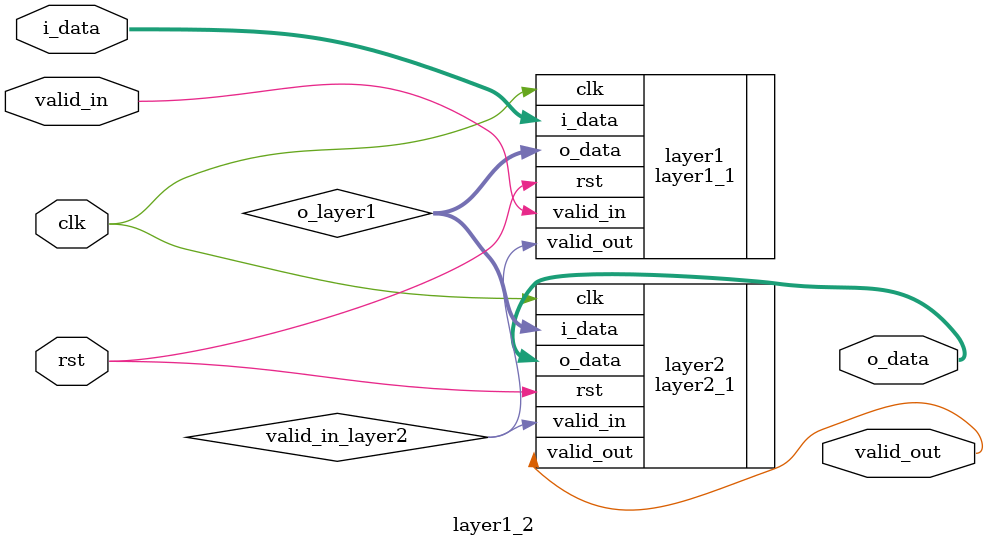
<source format=v>
module layer1_2#(
    parameter DATA_WIDTH = 32,
    parameter WIDTH = 112
)(
  input  [DATA_WIDTH*3-1:0] i_data,
  input              clk, rst, valid_in,
  output [DATA_WIDTH*8-1:0] o_data,
  output             valid_out
);

  wire[DATA_WIDTH*8-1:0] o_layer1;
  wire valid_in_layer2;

  layer1_1#(
    .DATA_WIDTH(DATA_WIDTH),
    .WIDTH(WIDTH)
  )layer1(
    .i_data(i_data),
    .clk(clk),
    .rst(rst),
    .valid_in(valid_in),
    .o_data(o_layer1),
    .valid_out(valid_in_layer2)
  );
  
  layer2_1#(
    .DATA_WIDTH(DATA_WIDTH),
    .WIDTH(WIDTH)
  )layer2(
    .i_data(o_layer1),
    .clk(clk),
    .rst(rst),
    .valid_in(valid_in_layer2),
    .o_data(o_data),
    .valid_out(valid_out)
  );
  
endmodule
</source>
